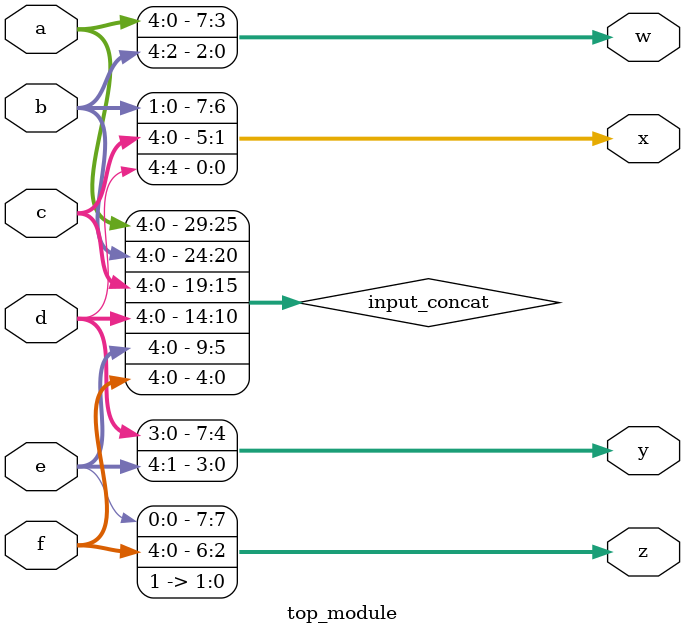
<source format=sv>
module top_module (
	input [4:0] a,
	input [4:0] b,
	input [4:0] c,
	input [4:0] d,
	input [4:0] e,
	input [4:0] f,
	output [7:0] w,
	output [7:0] x,
	output [7:0] y,
	output [7:0] z
);

	// Concatenate the input vectors
	wire [29:0] input_concat;
	assign input_concat = {a, b, c, d, e, f};

	// Split the concatenated input into output vectors
	assign {w, x, y, z} = {input_concat, 2'b11};

endmodule

</source>
